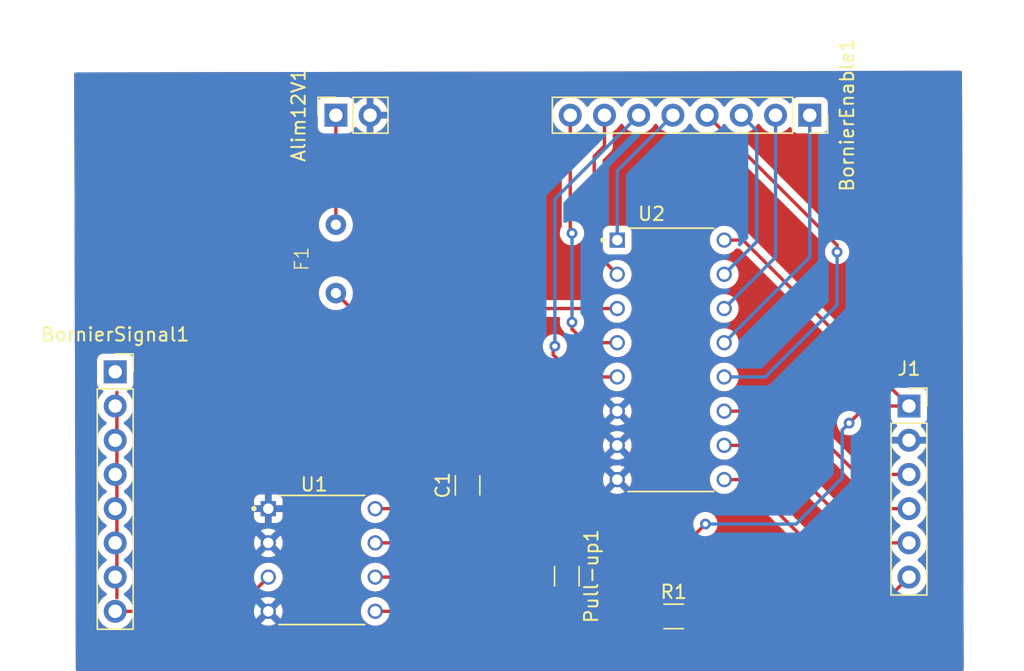
<source format=kicad_pcb>
(kicad_pcb (version 20221018) (generator pcbnew)
  (layers (0 "F.Cu" signal) (31 "B.Cu" signal) (34 "B.Paste" user) (35 "F.Paste" user) (36 "B.SilkS" user "B.Silkscreen") (37 "F.SilkS" user "F.Silkscreen") (38 "B.Mask" user) (39 "F.Mask" user) (44 "Edge.Cuts" user))
  (net 0 "")
  (net 1 "Net-(Alim12V1-Pin_1)")
  (net 2 "Net-(BornierEnable1-Pin_1)")
  (net 3 "Net-(BornierEnable1-Pin_2)")
  (net 4 "Net-(BornierEnable1-Pin_3)")
  (net 5 "Net-(BornierEnable1-Pin_4)")
  (net 6 "Net-(BornierEnable1-Pin_5)")
  (net 7 "Net-(BornierEnable1-Pin_6)")
  (net 8 "Net-(BornierEnable1-Pin_7)")
  (net 9 "Net-(BornierEnable1-Pin_8)")
  (net 10 "Net-(BornierSignal1-Pin_1)")
  (net 11 "+5V")
  (net 12 "GND")
  (net 13 "+12V")
  (net 14 "Net-(Pull-up1-Pad2)")
  (net 15 "Net-(U1-BAL)")
  (net 16 "Net-(J1-Pin_3)")
  (net 17 "Net-(J1-Pin_4)")
  (net 18 "Net-(J1-Pin_5)")
  (net 19 "Net-(J1-Pin_6)")
  (footprint "CD4051BE:DIP794W45P254L1969H508Q16" (layer "F.Cu") (at 209.39 91.186)
    (fp_text reference "U2" (at -1.425 -10.835) (layer "F.SilkS"))
    (fp_text value "CD4051B")
    (fp_line (start -3.175 -9.775) (end 3.175 -9.775) (stroke (width 0.127)) (layer "F.SilkS"))
    (fp_line (start -3.175 9.775) (end 3.175 9.775) (stroke (width 0.127)) (layer "F.SilkS"))
    (fp_circle (center -5.035 -8.89) (end -4.935 -8.89) (stroke (width 0.2)) (fill none) (layer "F.SilkS"))
    (pad "1" thru_hole rect (at -3.97 -8.89) (size 1.13 1.13) (drill 0.78) (layers "*.Cu" "*.Mask") (net 6 "Net-(BornierEnable1-Pin_5)"))
    (pad "2" thru_hole circle (at -3.97 -6.35) (size 1.13 1.13) (drill 0.78) (layers "*.Cu" "*.Mask") (net 8 "Net-(BornierEnable1-Pin_7)"))
    (pad "3" thru_hole circle (at -3.97 -3.81) (size 1.13 1.13) (drill 0.78) (layers "*.Cu" "*.Mask") (net 13 "+12V"))
    (pad "4" thru_hole circle (at -3.97 -1.27) (size 1.13 1.13) (drill 0.78) (layers "*.Cu" "*.Mask") (net 9 "Net-(BornierEnable1-Pin_8)"))
    (pad "5" thru_hole circle (at -3.97 1.27) (size 1.13 1.13) (drill 0.78) (layers "*.Cu" "*.Mask") (net 7 "Net-(BornierEnable1-Pin_6)"))
    (pad "6" thru_hole circle (at -3.97 3.81) (size 1.13 1.13) (drill 0.78) (layers "*.Cu" "*.Mask") (net 12 "GND"))
    (pad "7" thru_hole circle (at -3.97 6.35) (size 1.13 1.13) (drill 0.78) (layers "*.Cu" "*.Mask") (net 12 "GND"))
    (pad "8" thru_hole circle (at -3.97 8.89) (size 1.13 1.13) (drill 0.78) (layers "*.Cu" "*.Mask") (net 12 "GND"))
    (pad "9" thru_hole circle (at 3.97 8.89) (size 1.13 1.13) (drill 0.78) (layers "*.Cu" "*.Mask") (net 18 "Net-(J1-Pin_5)"))
    (pad "10" thru_hole circle (at 3.97 6.35) (size 1.13 1.13) (drill 0.78) (layers "*.Cu" "*.Mask") (net 17 "Net-(J1-Pin_4)"))
    (pad "11" thru_hole circle (at 3.97 3.81) (size 1.13 1.13) (drill 0.78) (layers "*.Cu" "*.Mask") (net 16 "Net-(J1-Pin_3)"))
    (pad "12" thru_hole circle (at 3.97 1.27) (size 1.13 1.13) (drill 0.78) (layers "*.Cu" "*.Mask") (net 5 "Net-(BornierEnable1-Pin_4)"))
    (pad "13" thru_hole circle (at 3.97 -1.27) (size 1.13 1.13) (drill 0.78) (layers "*.Cu" "*.Mask") (net 2 "Net-(BornierEnable1-Pin_1)"))
    (pad "14" thru_hole circle (at 3.97 -3.81) (size 1.13 1.13) (drill 0.78) (layers "*.Cu" "*.Mask") (net 3 "Net-(BornierEnable1-Pin_2)"))
    (pad "15" thru_hole circle (at 3.97 -6.35) (size 1.13 1.13) (drill 0.78) (layers "*.Cu" "*.Mask") (net 4 "Net-(BornierEnable1-Pin_3)"))
    (pad "16" thru_hole circle (at 3.97 -8.89) (size 1.13 1.13) (drill 0.78) (layers "*.Cu" "*.Mask") (net 11 "+5V"))
  )
  (footprint "Resistor_SMD:R_1206_3216Metric" (layer "F.Cu") (at 201.676 107.2495 -90)
    (fp_text reference "Pull-up1" (at 0 -1.82 90) (layer "F.SilkS"))
    (fp_text value "20k")
    (fp_line (start -0.727064 -0.91) (end 0.727064 -0.91) (stroke (width 0.12)) (layer "F.SilkS"))
    (fp_line (start -0.727064 0.91) (end 0.727064 0.91) (stroke (width 0.12)) (layer "F.SilkS"))
    (pad "1" smd roundrect (at -1.4625 0 270) (size 1.125 1.75) (layers "F.Cu" "F.Paste" "F.Mask") (roundrect_rratio 0.222222) (net 11 "+5V"))
    (pad "2" smd roundrect (at 1.4625 0 270) (size 1.125 1.75) (layers "F.Cu" "F.Paste" "F.Mask") (roundrect_rratio 0.222222) (net 14 "Net-(Pull-up1-Pad2)"))
  )
  (footprint "LM311P:Microfuse" (layer "F.Cu") (at 184.531 86.233 90)
    (fp_text reference "F1" (at 2.54 -2.54 90 unlocked) (layer "F.SilkS") (effects (font (thickness 0.1))))
    (fp_text value "Fuse_Small")
    (pad "1" thru_hole circle (at 0 0 90) (size 1.524 1.524) (drill 0.762) (layers "*.Cu" "*.Mask") (net 13 "+12V"))
    (pad "2" thru_hole circle (at 5.08 0 90) (size 1.524 1.524) (drill 0.762) (layers "*.Cu" "*.Mask") (net 1 "Net-(Alim12V1-Pin_1)"))
  )
  (footprint "Capacitor_SMD:C_1206_3216Metric" (layer "F.Cu") (at 194.31 100.506 90)
    (fp_text reference "C1" (at 0 -1.85 90) (layer "F.SilkS"))
    (fp_text value "0.1uF")
    (fp_line (start -0.711252 -0.91) (end 0.711252 -0.91) (stroke (width 0.12)) (layer "F.SilkS"))
    (fp_line (start -0.711252 0.91) (end 0.711252 0.91) (stroke (width 0.12)) (layer "F.SilkS"))
    (pad "1" smd roundrect (at -1.475 0 90) (size 1.15 1.8) (layers "F.Cu" "F.Paste" "F.Mask") (roundrect_rratio 0.217391) (net 11 "+5V"))
    (pad "2" smd roundrect (at 1.475 0 90) (size 1.15 1.8) (layers "F.Cu" "F.Paste" "F.Mask") (roundrect_rratio 0.217391) (net 12 "GND"))
  )
  (footprint "LM311P:DIP794W45P254L959H508Q8" (layer "F.Cu") (at 183.482 106.045)
    (fp_text reference "U1" (at -0.565 -5.607) (layer "F.SilkS"))
    (fp_text value "LM311")
    (fp_line (start -3.175 -4.795) (end 3.175 -4.795) (stroke (width 0.127)) (layer "F.SilkS"))
    (fp_line (start -3.175 4.795) (end 3.175 4.795) (stroke (width 0.127)) (layer "F.SilkS"))
    (fp_circle (center -5.035 -3.81) (end -4.935 -3.81) (stroke (width 0.2)) (fill none) (layer "F.SilkS"))
    (pad "1" thru_hole rect (at -3.97 -3.81) (size 1.13 1.13) (drill 0.78) (layers "*.Cu" "*.Mask") (net 12 "GND"))
    (pad "2" thru_hole circle (at -3.97 -1.27) (size 1.13 1.13) (drill 0.78) (layers "*.Cu" "*.Mask") (net 12 "GND"))
    (pad "3" thru_hole circle (at -3.97 1.27) (size 1.13 1.13) (drill 0.78) (layers "*.Cu" "*.Mask") (net 10 "Net-(BornierSignal1-Pin_1)"))
    (pad "4" thru_hole circle (at -3.97 3.81) (size 1.13 1.13) (drill 0.78) (layers "*.Cu" "*.Mask") (net 12 "GND"))
    (pad "5" thru_hole circle (at 3.97 3.81) (size 1.13 1.13) (drill 0.78) (layers "*.Cu" "*.Mask") (net 15 "Net-(U1-BAL)"))
    (pad "6" thru_hole circle (at 3.97 1.27) (size 1.13 1.13) (drill 0.78) (layers "*.Cu" "*.Mask") (net 15 "Net-(U1-BAL)"))
    (pad "7" thru_hole circle (at 3.97 -1.27) (size 1.13 1.13) (drill 0.78) (layers "*.Cu" "*.Mask") (net 14 "Net-(Pull-up1-Pad2)"))
    (pad "8" thru_hole circle (at 3.97 -3.81) (size 1.13 1.13) (drill 0.78) (layers "*.Cu" "*.Mask") (net 11 "+5V"))
  )
  (footprint "Connector_PinSocket_2.54mm:PinSocket_1x08_P2.54mm_Vertical" (layer "F.Cu") (at 168.148 92.075)
    (fp_text reference "BornierSignal1" (at 0 -2.77) (layer "F.SilkS"))
    (fp_text value "Screw_Terminal_01x08")
    (fp_line (start -1.33 1.27) (end -1.33 19.11) (stroke (width 0.12)) (layer "F.SilkS"))
    (fp_line (start -1.33 1.27) (end 1.33 1.27) (stroke (width 0.12)) (layer "F.SilkS"))
    (fp_line (start -1.33 19.11) (end 1.33 19.11) (stroke (width 0.12)) (layer "F.SilkS"))
    (fp_line (start 0 -1.33) (end 1.33 -1.33) (stroke (width 0.12)) (layer "F.SilkS"))
    (fp_line (start 1.33 -1.33) (end 1.33 0) (stroke (width 0.12)) (layer "F.SilkS"))
    (fp_line (start 1.33 1.27) (end 1.33 19.11) (stroke (width 0.12)) (layer "F.SilkS"))
    (pad "1" thru_hole rect (at 0 0) (size 1.7 1.7) (drill 1) (layers "*.Cu" "*.Mask") (net 10 "Net-(BornierSignal1-Pin_1)"))
    (pad "2" thru_hole oval (at 0 2.54) (size 1.7 1.7) (drill 1) (layers "*.Cu" "*.Mask") (net 10 "Net-(BornierSignal1-Pin_1)"))
    (pad "3" thru_hole oval (at 0 5.08) (size 1.7 1.7) (drill 1) (layers "*.Cu" "*.Mask") (net 10 "Net-(BornierSignal1-Pin_1)"))
    (pad "4" thru_hole oval (at 0 7.62) (size 1.7 1.7) (drill 1) (layers "*.Cu" "*.Mask") (net 10 "Net-(BornierSignal1-Pin_1)"))
    (pad "5" thru_hole oval (at 0 10.16) (size 1.7 1.7) (drill 1) (layers "*.Cu" "*.Mask") (net 10 "Net-(BornierSignal1-Pin_1)"))
    (pad "6" thru_hole oval (at 0 12.7) (size 1.7 1.7) (drill 1) (layers "*.Cu" "*.Mask") (net 10 "Net-(BornierSignal1-Pin_1)"))
    (pad "7" thru_hole oval (at 0 15.24) (size 1.7 1.7) (drill 1) (layers "*.Cu" "*.Mask") (net 10 "Net-(BornierSignal1-Pin_1)"))
    (pad "8" thru_hole oval (at 0 17.78) (size 1.7 1.7) (drill 1) (layers "*.Cu" "*.Mask") (net 10 "Net-(BornierSignal1-Pin_1)"))
  )
  (footprint "Connector_PinSocket_2.54mm:PinSocket_1x08_P2.54mm_Vertical" (layer "F.Cu") (at 219.71 73.025 -90)
    (fp_text reference "BornierEnable1" (at 0 -2.77 90) (layer "F.SilkS"))
    (fp_text value "Screw_Terminal_01x08")
    (fp_line (start -1.33 1.27) (end -1.33 19.11) (stroke (width 0.12)) (layer "F.SilkS"))
    (fp_line (start -1.33 1.27) (end 1.33 1.27) (stroke (width 0.12)) (layer "F.SilkS"))
    (fp_line (start -1.33 19.11) (end 1.33 19.11) (stroke (width 0.12)) (layer "F.SilkS"))
    (fp_line (start 0 -1.33) (end 1.33 -1.33) (stroke (width 0.12)) (layer "F.SilkS"))
    (fp_line (start 1.33 -1.33) (end 1.33 0) (stroke (width 0.12)) (layer "F.SilkS"))
    (fp_line (start 1.33 1.27) (end 1.33 19.11) (stroke (width 0.12)) (layer "F.SilkS"))
    (pad "1" thru_hole rect (at 0 0 270) (size 1.7 1.7) (drill 1) (layers "*.Cu" "*.Mask") (net 2 "Net-(BornierEnable1-Pin_1)"))
    (pad "2" thru_hole oval (at 0 2.54 270) (size 1.7 1.7) (drill 1) (layers "*.Cu" "*.Mask") (net 3 "Net-(BornierEnable1-Pin_2)"))
    (pad "3" thru_hole oval (at 0 5.08 270) (size 1.7 1.7) (drill 1) (layers "*.Cu" "*.Mask") (net 4 "Net-(BornierEnable1-Pin_3)"))
    (pad "4" thru_hole oval (at 0 7.62 270) (size 1.7 1.7) (drill 1) (layers "*.Cu" "*.Mask") (net 5 "Net-(BornierEnable1-Pin_4)"))
    (pad "5" thru_hole oval (at 0 10.16 270) (size 1.7 1.7) (drill 1) (layers "*.Cu" "*.Mask") (net 6 "Net-(BornierEnable1-Pin_5)"))
    (pad "6" thru_hole oval (at 0 12.7 270) (size 1.7 1.7) (drill 1) (layers "*.Cu" "*.Mask") (net 7 "Net-(BornierEnable1-Pin_6)"))
    (pad "7" thru_hole oval (at 0 15.24 270) (size 1.7 1.7) (drill 1) (layers "*.Cu" "*.Mask") (net 8 "Net-(BornierEnable1-Pin_7)"))
    (pad "8" thru_hole oval (at 0 17.78 270) (size 1.7 1.7) (drill 1) (layers "*.Cu" "*.Mask") (net 9 "Net-(BornierEnable1-Pin_8)"))
  )
  (footprint "Connector_PinSocket_2.54mm:PinSocket_1x06_P2.54mm_Vertical" (layer "F.Cu") (at 227.076 94.615)
    (fp_text reference "J1" (at 0 -2.77) (layer "F.SilkS"))
    (fp_text value "Screw_Terminal_01x06")
    (fp_line (start -1.33 1.27) (end -1.33 14.03) (stroke (width 0.12)) (layer "F.SilkS"))
    (fp_line (start -1.33 1.27) (end 1.33 1.27) (stroke (width 0.12)) (layer "F.SilkS"))
    (fp_line (start -1.33 14.03) (end 1.33 14.03) (stroke (width 0.12)) (layer "F.SilkS"))
    (fp_line (start 0 -1.33) (end 1.33 -1.33) (stroke (width 0.12)) (layer "F.SilkS"))
    (fp_line (start 1.33 -1.33) (end 1.33 0) (stroke (width 0.12)) (layer "F.SilkS"))
    (fp_line (start 1.33 1.27) (end 1.33 14.03) (stroke (width 0.12)) (layer "F.SilkS"))
    (pad "1" thru_hole rect (at 0 0) (size 1.7 1.7) (drill 1) (layers "*.Cu" "*.Mask") (net 11 "+5V"))
    (pad "2" thru_hole oval (at 0 2.54) (size 1.7 1.7) (drill 1) (layers "*.Cu" "*.Mask") (net 12 "GND"))
    (pad "3" thru_hole oval (at 0 5.08) (size 1.7 1.7) (drill 1) (layers "*.Cu" "*.Mask") (net 16 "Net-(J1-Pin_3)"))
    (pad "4" thru_hole oval (at 0 7.62) (size 1.7 1.7) (drill 1) (layers "*.Cu" "*.Mask") (net 17 "Net-(J1-Pin_4)"))
    (pad "5" thru_hole oval (at 0 10.16) (size 1.7 1.7) (drill 1) (layers "*.Cu" "*.Mask") (net 18 "Net-(J1-Pin_5)"))
    (pad "6" thru_hole oval (at 0 12.7) (size 1.7 1.7) (drill 1) (layers "*.Cu" "*.Mask") (net 19 "Net-(J1-Pin_6)"))
  )
  (footprint "Connector_PinSocket_2.54mm:PinSocket_1x02_P2.54mm_Vertical" (layer "F.Cu") (at 184.531 73.025 90)
    (fp_text reference "Alim12V1" (at 0 -2.77 90) (layer "F.SilkS"))
    (fp_text value "Screw_Terminal_01x02")
    (fp_line (start -1.33 1.27) (end -1.33 3.87) (stroke (width 0.12)) (layer "F.SilkS"))
    (fp_line (start -1.33 1.27) (end 1.33 1.27) (stroke (width 0.12)) (layer "F.SilkS"))
    (fp_line (start -1.33 3.87) (end 1.33 3.87) (stroke (width 0.12)) (layer "F.SilkS"))
    (fp_line (start 0 -1.33) (end 1.33 -1.33) (stroke (width 0.12)) (layer "F.SilkS"))
    (fp_line (start 1.33 -1.33) (end 1.33 0) (stroke (width 0.12)) (layer "F.SilkS"))
    (fp_line (start 1.33 1.27) (end 1.33 3.87) (stroke (width 0.12)) (layer "F.SilkS"))
    (pad "1" thru_hole rect (at 0 0 90) (size 1.7 1.7) (drill 1) (layers "*.Cu" "*.Mask") (net 1 "Net-(Alim12V1-Pin_1)"))
    (pad "2" thru_hole oval (at 0 2.54 90) (size 1.7 1.7) (drill 1) (layers "*.Cu" "*.Mask") (net 12 "GND"))
  )
  (footprint "Resistor_SMD:R_1206_3216Metric" (layer "F.Cu") (at 209.6115 110.236)
    (fp_text reference "R1" (at 0 -1.82) (layer "F.SilkS"))
    (fp_text value "6.7k")
    (fp_line (start -0.727064 -0.91) (end 0.727064 -0.91) (stroke (width 0.12)) (layer "F.SilkS"))
    (fp_line (start -0.727064 0.91) (end 0.727064 0.91) (stroke (width 0.12)) (layer "F.SilkS"))
    (pad "1" smd roundrect (at -1.4625 0) (size 1.125 1.75) (layers "F.Cu" "F.Paste" "F.Mask") (roundrect_rratio 0.222222) (net 14 "Net-(Pull-up1-Pad2)"))
    (pad "2" smd roundrect (at 1.4625 0) (size 1.125 1.75) (layers "F.Cu" "F.Paste" "F.Mask") (roundrect_rratio 0.222222) (net 19 "Net-(J1-Pin_6)"))
  )
  (segment (start 184.531 81.153) (end 184.531 73.025) (width 0.25) (layer "F.Cu") (net 1))
  (segment (start 219.71 83.566) (end 219.71 73.025) (width 0.25) (layer "B.Cu") (net 2))
  (segment (start 213.36 89.916) (end 219.71 83.566) (width 0.25) (layer "B.Cu") (net 2))
  (segment (start 217.17 83.566) (end 217.17 73.025) (width 0.25) (layer "B.Cu") (net 3))
  (segment (start 213.36 87.376) (end 217.17 83.566) (width 0.25) (layer "B.Cu") (net 3))
  (segment (start 215.773 74.168) (end 214.63 73.025) (width 0.25) (layer "B.Cu") (net 4))
  (segment (start 215.773 82.423) (end 215.773 74.168) (width 0.25) (layer "B.Cu") (net 4))
  (segment (start 213.36 84.836) (end 215.773 82.423) (width 0.25) (layer "B.Cu") (net 4))
  (segment (start 221.742 82.677) (end 212.09 73.025) (width 0.25) (layer "F.Cu") (net 5))
  (segment (start 221.742 83.185) (end 221.742 82.677) (width 0.25) (layer "F.Cu") (net 5))
  (via (at 221.742 83.185) (size 0.8) (drill 0.4) (layers "F.Cu" "B.Cu") (net 5))
  (segment (start 221.742 87.122) (end 221.742 83.185) (width 0.25) (layer "B.Cu") (net 5))
  (segment (start 221.742 83.185) (end 221.742 83.058) (width 0.25) (layer "B.Cu") (net 5))
  (segment (start 213.36 92.456) (end 216.408 92.456) (width 0.25) (layer "B.Cu") (net 5))
  (segment (start 216.408 92.456) (end 216.789 92.075) (width 0.25) (layer "B.Cu") (net 5))
  (segment (start 216.789 92.075) (end 221.742 87.122) (width 0.25) (layer "B.Cu") (net 5))
  (segment (start 205.42 82.296) (end 205.42 77.155) (width 0.25) (layer "B.Cu") (net 6))
  (segment (start 205.42 77.155) (end 209.55 73.025) (width 0.25) (layer "B.Cu") (net 6))
  (segment (start 200.66 90.805) (end 200.66 90.297) (width 0.25) (layer "F.Cu") (net 7))
  (segment (start 205.42 92.456) (end 202.311 92.456) (width 0.25) (layer "F.Cu") (net 7))
  (segment (start 202.311 92.456) (end 200.66 90.805) (width 0.25) (layer "F.Cu") (net 7))
  (segment (start 200.66 90.297) (end 200.787 90.17) (width 0.25) (layer "F.Cu") (net 7))
  (via (at 200.787 90.17) (size 0.8) (drill 0.4) (layers "F.Cu" "B.Cu") (net 7))
  (segment (start 200.787 79.248) (end 207.01 73.025) (width 0.25) (layer "B.Cu") (net 7))
  (segment (start 200.787 90.17) (end 200.787 79.248) (width 0.25) (layer "B.Cu") (net 7))
  (segment (start 204.47 75.311) (end 204.47 73.025) (width 0.25) (layer "F.Cu") (net 8))
  (segment (start 203.708 76.073) (end 204.47 75.311) (width 0.25) (layer "F.Cu") (net 8))
  (segment (start 203.708 83.124) (end 203.708 76.073) (width 0.25) (layer "F.Cu") (net 8))
  (segment (start 205.42 84.836) (end 203.708 83.124) (width 0.25) (layer "F.Cu") (net 8))
  (segment (start 202.057 88.392) (end 202.057 88.519) (width 0.25) (layer "F.Cu") (net 9))
  (segment (start 203.073 89.916) (end 202.057 88.9) (width 0.25) (layer "F.Cu") (net 9))
  (segment (start 202.057 81.788) (end 201.93 81.661) (width 0.25) (layer "F.Cu") (net 9))
  (segment (start 201.93 81.661) (end 201.93 73.025) (width 0.25) (layer "F.Cu") (net 9))
  (segment (start 202.057 88.9) (end 202.057 88.392) (width 0.25) (layer "F.Cu") (net 9))
  (segment (start 205.42 89.916) (end 203.073 89.916) (width 0.25) (layer "F.Cu") (net 9))
  (via (at 202.057 88.392) (size 0.8) (drill 0.4) (layers "F.Cu" "B.Cu") (net 9))
  (via (at 202.057 81.788) (size 0.8) (drill 0.4) (layers "F.Cu" "B.Cu") (net 9))
  (segment (start 202.057 88.392) (end 202.057 81.788) (width 0.25) (layer "B.Cu") (net 9))
  (segment (start 176.972 109.855) (end 179.512 107.315) (width 0.25) (layer "F.Cu") (net 10))
  (segment (start 168.275 96.139) (end 168.275 98.679) (width 0.25) (layer "F.Cu") (net 10))
  (segment (start 168.275 103.759) (end 168.275 106.299) (width 0.25) (layer "F.Cu") (net 10))
  (segment (start 168.275 93.599) (end 168.275 96.139) (width 0.25) (layer "F.Cu") (net 10))
  (segment (start 168.275 98.679) (end 168.275 101.219) (width 0.25) (layer "F.Cu") (net 10))
  (segment (start 168.275 106.299) (end 168.275 108.839) (width 0.25) (layer "F.Cu") (net 10))
  (segment (start 168.148 109.855) (end 176.972 109.855) (width 0.25) (layer "F.Cu") (net 10))
  (segment (start 168.275 101.219) (end 168.275 103.759) (width 0.25) (layer "F.Cu") (net 10))
  (segment (start 227.076 94.615) (end 223.901 94.615) (width 0.25) (layer "F.Cu") (net 11))
  (segment (start 194.056 102.235) (end 187.452 102.235) (width 0.25) (layer "F.Cu") (net 11))
  (segment (start 222.631 95.885) (end 222.758 95.758) (width 0.25) (layer "F.Cu") (net 11))
  (segment (start 198.116 105.787) (end 201.676 105.787) (width 0.25) (layer "F.Cu") (net 11))
  (segment (start 201.676 105.787) (end 209.554 105.787) (width 0.25) (layer "F.Cu") (net 11))
  (segment (start 194.31 101.981) (end 198.116 105.787) (width 0.25) (layer "F.Cu") (net 11))
  (segment (start 223.901 94.615) (end 222.631 95.885) (width 0.25) (layer "F.Cu") (net 11))
  (segment (start 209.554 105.787) (end 211.963 103.378) (width 0.25) (layer "F.Cu") (net 11))
  (segment (start 201.553 105.664) (end 201.676 105.787) (width 0.25) (layer "F.Cu") (net 11))
  (segment (start 194.31 101.981) (end 194.056 102.235) (width 0.25) (layer "F.Cu") (net 11))
  (segment (start 214.757 82.296) (end 227.076 94.615) (width 0.25) (layer "F.Cu") (net 11))
  (segment (start 213.36 82.296) (end 214.757 82.296) (width 0.25) (layer "F.Cu") (net 11))
  (segment (start 201.68 105.791) (end 201.676 105.787) (width 0.25) (layer "F.Cu") (net 11))
  (via (at 222.631 95.885) (size 0.8) (drill 0.4) (layers "F.Cu" "B.Cu") (net 11))
  (via (at 211.963 103.378) (size 0.8) (drill 0.4) (layers "F.Cu" "B.Cu") (net 11))
  (segment (start 211.963 103.378) (end 218.694 103.378) (width 0.25) (layer "B.Cu") (net 11))
  (segment (start 222.123 99.949) (end 222.123 96.393) (width 0.25) (layer "B.Cu") (net 11))
  (segment (start 222.123 96.393) (end 222.631 95.885) (width 0.25) (layer "B.Cu") (net 11))
  (segment (start 218.694 103.378) (end 222.123 99.949) (width 0.25) (layer "B.Cu") (net 11))
  (segment (start 193.554625 91.179375) (end 189.477375 91.179375) (width 0.25) (layer "F.Cu") (net 13))
  (segment (start 205.42 87.376) (end 197.358 87.376) (width 0.25) (layer "F.Cu") (net 13))
  (segment (start 189.477375 91.179375) (end 184.531 86.233) (width 0.25) (layer "F.Cu") (net 13))
  (segment (start 197.358 87.376) (end 193.554625 91.179375) (width 0.25) (layer "F.Cu") (net 13))
  (segment (start 195.834 109.22) (end 201.168 109.22) (width 0.25) (layer "F.Cu") (net 14))
  (segment (start 201.168 109.22) (end 201.676 108.712) (width 0.25) (layer "F.Cu") (net 14))
  (segment (start 187.452 104.775) (end 191.389 104.775) (width 0.25) (layer "F.Cu") (net 14))
  (segment (start 203.2 110.236) (end 208.149 110.236) (width 0.25) (layer "F.Cu") (net 14))
  (segment (start 191.389 104.775) (end 195.834 109.22) (width 0.25) (layer "F.Cu") (net 14))
  (segment (start 201.803 108.585) (end 201.676 108.712) (width 0.25) (layer "F.Cu") (net 14))
  (segment (start 201.676 108.712) (end 203.2 110.236) (width 0.25) (layer "F.Cu") (net 14))
  (segment (start 201.676 108.712) (end 201.422 108.458) (width 0.25) (layer "F.Cu") (net 14))
  (segment (start 189.484 109.855) (end 187.452 109.855) (width 0.25) (layer "F.Cu") (net 15))
  (segment (start 189.611 109.728) (end 189.484 109.855) (width 0.25) (layer "F.Cu") (net 15))
  (segment (start 187.452 107.315) (end 189.484 107.315) (width 0.25) (layer "F.Cu") (net 15))
  (segment (start 189.611 107.442) (end 189.611 109.728) (width 0.25) (layer "F.Cu") (net 15))
  (segment (start 189.484 107.315) (end 189.611 107.442) (width 0.25) (layer "F.Cu") (net 15))
  (segment (start 218.567 94.996) (end 213.36 94.996) (width 0.25) (layer "F.Cu") (net 16))
  (segment (start 227.076 99.695) (end 223.266 99.695) (width 0.25) (layer "F.Cu") (net 16))
  (segment (start 223.266 99.695) (end 218.567 94.996) (width 0.25) (layer "F.Cu") (net 16))
  (segment (start 216.662 97.536) (end 213.36 97.536) (width 0.25) (layer "F.Cu") (net 17))
  (segment (start 227.076 102.235) (end 221.361 102.235) (width 0.25) (layer "F.Cu") (net 17))
  (segment (start 221.361 102.235) (end 216.662 97.536) (width 0.25) (layer "F.Cu") (net 17))
  (segment (start 214.884 100.076) (end 218.5035 103.6955) (width 0.25) (layer "F.Cu") (net 18))
  (segment (start 219.583 104.775) (end 218.5035 103.6955) (width 0.25) (layer "F.Cu") (net 18))
  (segment (start 213.36 100.076) (end 214.884 100.076) (width 0.25) (layer "F.Cu") (net 18))
  (segment (start 227.076 104.775) (end 219.583 104.775) (width 0.25) (layer "F.Cu") (net 18))
  (segment (start 224.155 110.236) (end 227.076 107.315) (width 0.25) (layer "F.Cu") (net 19))
  (segment (start 211.074 110.236) (end 224.155 110.236) (width 0.25) (layer "F.Cu") (net 19))
  (zone (net 12) (net_name "GND") (layer "F.Cu") (connect_pads (clearance 0.5)) (min_thickness 0.25) (fill yes (thermal_gap 0.5) (thermal_bridge_width 0.5))
    (polygon (pts (xy 165.1 69.85) (xy 231.013 69.723) (xy 231.14 114.3) (xy 165.227 114.3)))
  )
  (zone (net 12) (net_name "GND") (layer "B.Cu") (priority 1) (connect_pads (clearance 0.5)) (min_thickness 0.25) (fill yes (thermal_gap 0.5) (thermal_bridge_width 0.5))
    (polygon (pts (xy 165.1 69.85) (xy 231.013 69.723) (xy 231.14 114.3) (xy 165.227 114.3)))
  )
)
</source>
